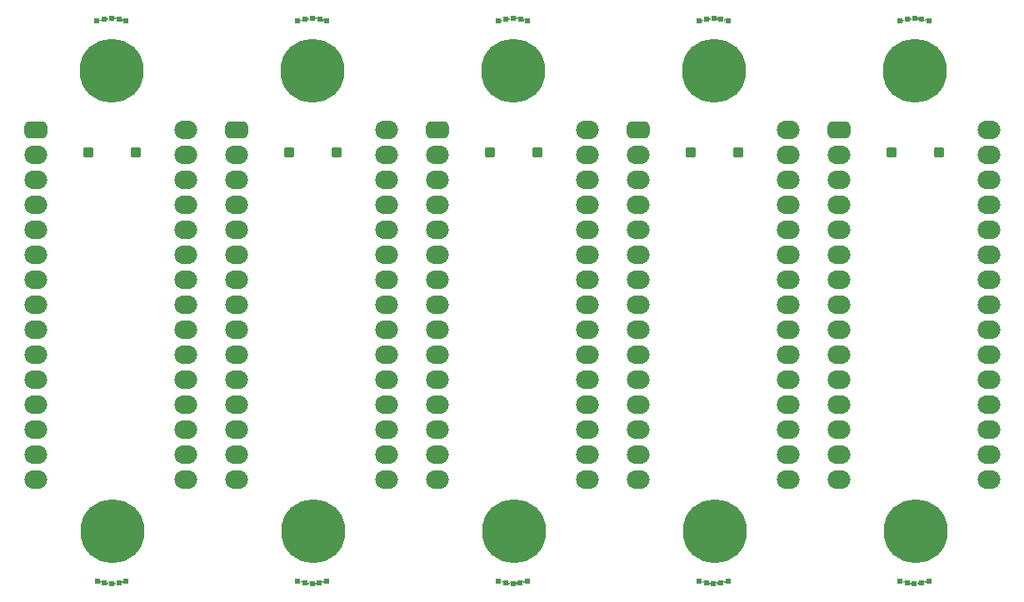
<source format=gbs>
G04 #@! TF.GenerationSoftware,KiCad,Pcbnew,6.0.1-79c1e3a40b~116~ubuntu20.04.1*
G04 #@! TF.CreationDate,2022-01-18T16:31:28+01:00*
G04 #@! TF.ProjectId,5xNano_GPIB,35784e61-6e6f-45f4-9750-49422e6b6963,rev?*
G04 #@! TF.SameCoordinates,Original*
G04 #@! TF.FileFunction,Soldermask,Bot*
G04 #@! TF.FilePolarity,Negative*
%FSLAX46Y46*%
G04 Gerber Fmt 4.6, Leading zero omitted, Abs format (unit mm)*
G04 Created by KiCad (PCBNEW 6.0.1-79c1e3a40b~116~ubuntu20.04.1) date 2022-01-18 16:31:28*
%MOMM*%
%LPD*%
G01*
G04 APERTURE LIST*
G04 Aperture macros list*
%AMRoundRect*
0 Rectangle with rounded corners*
0 $1 Rounding radius*
0 $2 $3 $4 $5 $6 $7 $8 $9 X,Y pos of 4 corners*
0 Add a 4 corners polygon primitive as box body*
4,1,4,$2,$3,$4,$5,$6,$7,$8,$9,$2,$3,0*
0 Add four circle primitives for the rounded corners*
1,1,$1+$1,$2,$3*
1,1,$1+$1,$4,$5*
1,1,$1+$1,$6,$7*
1,1,$1+$1,$8,$9*
0 Add four rect primitives between the rounded corners*
20,1,$1+$1,$2,$3,$4,$5,0*
20,1,$1+$1,$4,$5,$6,$7,0*
20,1,$1+$1,$6,$7,$8,$9,0*
20,1,$1+$1,$8,$9,$2,$3,0*%
G04 Aperture macros list end*
%ADD10RoundRect,0.451000X-0.700000X-0.400000X0.700000X-0.400000X0.700000X0.400000X-0.700000X0.400000X0*%
%ADD11O,2.302000X1.902000*%
%ADD12C,0.602000*%
%ADD13RoundRect,0.051000X0.425000X0.425000X-0.425000X0.425000X-0.425000X-0.425000X0.425000X-0.425000X0*%
%ADD14C,6.502000*%
%ADD15C,0.902000*%
G04 APERTURE END LIST*
D10*
X114265000Y-83540000D03*
D11*
X114265000Y-86080000D03*
X114265000Y-88620000D03*
X114265000Y-91160000D03*
X114265000Y-93700000D03*
X114265000Y-96240000D03*
X114265000Y-98780000D03*
X114265000Y-101320000D03*
X114265000Y-103860000D03*
X114265000Y-106400000D03*
X114265000Y-108940000D03*
X114265000Y-111480000D03*
X114265000Y-114020000D03*
X114265000Y-116560000D03*
X114265000Y-119100000D03*
X129505000Y-119100000D03*
X129505000Y-116560000D03*
X129505000Y-114020000D03*
X129505000Y-111480000D03*
X129505000Y-108940000D03*
X129505000Y-106400000D03*
X129505000Y-103860000D03*
X129505000Y-101320000D03*
X129505000Y-98780000D03*
X129505000Y-96240000D03*
X129505000Y-93700000D03*
X129505000Y-91160000D03*
X129505000Y-88620000D03*
X129505000Y-86080000D03*
X129505000Y-83540000D03*
D12*
X102310000Y-72310441D03*
X100060000Y-72510441D03*
X100810000Y-72310441D03*
X101560000Y-72210441D03*
X103010000Y-72510441D03*
D13*
X104015439Y-85829447D03*
X78805439Y-85889447D03*
X99205439Y-85889447D03*
D14*
X101607000Y-77602000D03*
D15*
X99909944Y-79299056D03*
X101607000Y-80002000D03*
X101607000Y-75202000D03*
X103304056Y-75904944D03*
X104007000Y-77602000D03*
X103304056Y-79299056D03*
X99207000Y-77602000D03*
X99909944Y-75904944D03*
D12*
X142360000Y-72210441D03*
X141610000Y-72310441D03*
X143110000Y-72310441D03*
X140860000Y-72510441D03*
X143810000Y-72510441D03*
D10*
X155065000Y-83540000D03*
D11*
X155065000Y-86080000D03*
X155065000Y-88620000D03*
X155065000Y-91160000D03*
X155065000Y-93700000D03*
X155065000Y-96240000D03*
X155065000Y-98780000D03*
X155065000Y-101320000D03*
X155065000Y-103860000D03*
X155065000Y-106400000D03*
X155065000Y-108940000D03*
X155065000Y-111480000D03*
X155065000Y-114020000D03*
X155065000Y-116560000D03*
X155065000Y-119100000D03*
X170305000Y-119100000D03*
X170305000Y-116560000D03*
X170305000Y-114020000D03*
X170305000Y-111480000D03*
X170305000Y-108940000D03*
X170305000Y-106400000D03*
X170305000Y-103860000D03*
X170305000Y-101320000D03*
X170305000Y-98780000D03*
X170305000Y-96240000D03*
X170305000Y-93700000D03*
X170305000Y-91160000D03*
X170305000Y-88620000D03*
X170305000Y-86080000D03*
X170305000Y-83540000D03*
D15*
X144154056Y-126079056D03*
X140057000Y-124382000D03*
X140759944Y-122684944D03*
X142457000Y-121982000D03*
X142457000Y-126782000D03*
X144154056Y-122684944D03*
D14*
X142457000Y-124382000D03*
D15*
X144857000Y-124382000D03*
X140759944Y-126079056D03*
X160457000Y-124382000D03*
D14*
X162857000Y-124382000D03*
D15*
X161159944Y-122684944D03*
X164554056Y-126079056D03*
X165257000Y-124382000D03*
X162857000Y-126782000D03*
X161159944Y-126079056D03*
X164554056Y-122684944D03*
X162857000Y-121982000D03*
D13*
X165215439Y-85829447D03*
X124415439Y-85829447D03*
D15*
X120309944Y-75904944D03*
X119607000Y-77602000D03*
D14*
X122007000Y-77602000D03*
D15*
X122007000Y-80002000D03*
X123704056Y-75904944D03*
X124407000Y-77602000D03*
X123704056Y-79299056D03*
X122007000Y-75202000D03*
X120309944Y-79299056D03*
D12*
X143850000Y-129431530D03*
X140900000Y-129431530D03*
X143100000Y-129631530D03*
X141600000Y-129631530D03*
X142350000Y-129731530D03*
D13*
X119605439Y-85889447D03*
D10*
X73465000Y-83540000D03*
D11*
X73465000Y-86080000D03*
X73465000Y-88620000D03*
X73465000Y-91160000D03*
X73465000Y-93700000D03*
X73465000Y-96240000D03*
X73465000Y-98780000D03*
X73465000Y-101320000D03*
X73465000Y-103860000D03*
X73465000Y-106400000D03*
X73465000Y-108940000D03*
X73465000Y-111480000D03*
X73465000Y-114020000D03*
X73465000Y-116560000D03*
X73465000Y-119100000D03*
X88705000Y-119100000D03*
X88705000Y-116560000D03*
X88705000Y-114020000D03*
X88705000Y-111480000D03*
X88705000Y-108940000D03*
X88705000Y-106400000D03*
X88705000Y-103860000D03*
X88705000Y-101320000D03*
X88705000Y-98780000D03*
X88705000Y-96240000D03*
X88705000Y-93700000D03*
X88705000Y-91160000D03*
X88705000Y-88620000D03*
X88705000Y-86080000D03*
X88705000Y-83540000D03*
D12*
X122710000Y-72310441D03*
X120460000Y-72510441D03*
X123410000Y-72510441D03*
X121960000Y-72210441D03*
X121210000Y-72310441D03*
X79660000Y-72510441D03*
X82610000Y-72510441D03*
X81910000Y-72310441D03*
X80410000Y-72310441D03*
X81160000Y-72210441D03*
D15*
X140007000Y-77602000D03*
X144807000Y-77602000D03*
X140709944Y-75904944D03*
X142407000Y-75202000D03*
X144104056Y-75904944D03*
D14*
X142407000Y-77602000D03*
D15*
X144104056Y-79299056D03*
X142407000Y-80002000D03*
X140709944Y-79299056D03*
X120359944Y-122684944D03*
X124457000Y-124382000D03*
D14*
X122057000Y-124382000D03*
D15*
X123754056Y-126079056D03*
X122057000Y-126782000D03*
X119657000Y-124382000D03*
X123754056Y-122684944D03*
X122057000Y-121982000D03*
X120359944Y-126079056D03*
D14*
X81207000Y-77602000D03*
D15*
X81207000Y-80002000D03*
X79509944Y-75904944D03*
X83607000Y-77602000D03*
X82904056Y-79299056D03*
X81207000Y-75202000D03*
X82904056Y-75904944D03*
X78807000Y-77602000D03*
X79509944Y-79299056D03*
D13*
X140005439Y-85889447D03*
D10*
X93865000Y-83540000D03*
D11*
X93865000Y-86080000D03*
X93865000Y-88620000D03*
X93865000Y-91160000D03*
X93865000Y-93700000D03*
X93865000Y-96240000D03*
X93865000Y-98780000D03*
X93865000Y-101320000D03*
X93865000Y-103860000D03*
X93865000Y-106400000D03*
X93865000Y-108940000D03*
X93865000Y-111480000D03*
X93865000Y-114020000D03*
X93865000Y-116560000D03*
X93865000Y-119100000D03*
X109105000Y-119100000D03*
X109105000Y-116560000D03*
X109105000Y-114020000D03*
X109105000Y-111480000D03*
X109105000Y-108940000D03*
X109105000Y-106400000D03*
X109105000Y-103860000D03*
X109105000Y-101320000D03*
X109105000Y-98780000D03*
X109105000Y-96240000D03*
X109105000Y-93700000D03*
X109105000Y-91160000D03*
X109105000Y-88620000D03*
X109105000Y-86080000D03*
X109105000Y-83540000D03*
D15*
X78857000Y-124382000D03*
X79559944Y-126079056D03*
X79559944Y-122684944D03*
X83657000Y-124382000D03*
X82954056Y-122684944D03*
X81257000Y-121982000D03*
X82954056Y-126079056D03*
X81257000Y-126782000D03*
D14*
X81257000Y-124382000D03*
D12*
X162000000Y-129631530D03*
X161300000Y-129431530D03*
X163500000Y-129631530D03*
X164250000Y-129431530D03*
X162750000Y-129731530D03*
D10*
X134665000Y-83540000D03*
D11*
X134665000Y-86080000D03*
X134665000Y-88620000D03*
X134665000Y-91160000D03*
X134665000Y-93700000D03*
X134665000Y-96240000D03*
X134665000Y-98780000D03*
X134665000Y-101320000D03*
X134665000Y-103860000D03*
X134665000Y-106400000D03*
X134665000Y-108940000D03*
X134665000Y-111480000D03*
X134665000Y-114020000D03*
X134665000Y-116560000D03*
X134665000Y-119100000D03*
X149905000Y-119100000D03*
X149905000Y-116560000D03*
X149905000Y-114020000D03*
X149905000Y-111480000D03*
X149905000Y-108940000D03*
X149905000Y-106400000D03*
X149905000Y-103860000D03*
X149905000Y-101320000D03*
X149905000Y-98780000D03*
X149905000Y-96240000D03*
X149905000Y-93700000D03*
X149905000Y-91160000D03*
X149905000Y-88620000D03*
X149905000Y-86080000D03*
X149905000Y-83540000D03*
D12*
X123450000Y-129431530D03*
X122700000Y-129631530D03*
X120500000Y-129431530D03*
X121950000Y-129731530D03*
X121200000Y-129631530D03*
X101550000Y-129731530D03*
X102300000Y-129631530D03*
X100100000Y-129431530D03*
X103050000Y-129431530D03*
X100800000Y-129631530D03*
D15*
X99257000Y-124382000D03*
X99959944Y-126079056D03*
X101657000Y-121982000D03*
X101657000Y-126782000D03*
X103354056Y-126079056D03*
X99959944Y-122684944D03*
X104057000Y-124382000D03*
X103354056Y-122684944D03*
D14*
X101657000Y-124382000D03*
D13*
X83615439Y-85829447D03*
D12*
X81150000Y-129731530D03*
X82650000Y-129431530D03*
X81900000Y-129631530D03*
X80400000Y-129631530D03*
X79700000Y-129431530D03*
D13*
X160405439Y-85889447D03*
D15*
X165207000Y-77602000D03*
X164504056Y-79299056D03*
X164504056Y-75904944D03*
X162807000Y-80002000D03*
X160407000Y-77602000D03*
X162807000Y-75202000D03*
D14*
X162807000Y-77602000D03*
D15*
X161109944Y-79299056D03*
X161109944Y-75904944D03*
D13*
X144815439Y-85829447D03*
D12*
X164210000Y-72510441D03*
X162760000Y-72210441D03*
X163510000Y-72310441D03*
X161260000Y-72510441D03*
X162010000Y-72310441D03*
G36*
X122417047Y-129537602D02*
G01*
X122417340Y-129539038D01*
X122401031Y-129631530D01*
X122419062Y-129733784D01*
X122463233Y-129810291D01*
X122463233Y-129812291D01*
X122461501Y-129813291D01*
X122460087Y-129812705D01*
X122443741Y-129796359D01*
X122441828Y-129796872D01*
X122440892Y-129796313D01*
X122412437Y-129766186D01*
X122345211Y-129749539D01*
X122279611Y-129771895D01*
X122240771Y-129816720D01*
X122236412Y-129825277D01*
X122234735Y-129826366D01*
X122232953Y-129825458D01*
X122232660Y-129824022D01*
X122248969Y-129731530D01*
X122230938Y-129629276D01*
X122186767Y-129552769D01*
X122186767Y-129550769D01*
X122188499Y-129549769D01*
X122189913Y-129550355D01*
X122206259Y-129566701D01*
X122208172Y-129566188D01*
X122209108Y-129566747D01*
X122237563Y-129596874D01*
X122304789Y-129613521D01*
X122370389Y-129591165D01*
X122409229Y-129546340D01*
X122413588Y-129537783D01*
X122415265Y-129536694D01*
X122417047Y-129537602D01*
G37*
G36*
X142817047Y-129537602D02*
G01*
X142817340Y-129539038D01*
X142801031Y-129631530D01*
X142819062Y-129733784D01*
X142863233Y-129810291D01*
X142863233Y-129812291D01*
X142861501Y-129813291D01*
X142860087Y-129812705D01*
X142843741Y-129796359D01*
X142841828Y-129796872D01*
X142840892Y-129796313D01*
X142812437Y-129766186D01*
X142745211Y-129749539D01*
X142679611Y-129771895D01*
X142640771Y-129816720D01*
X142636412Y-129825277D01*
X142634735Y-129826366D01*
X142632953Y-129825458D01*
X142632660Y-129824022D01*
X142648969Y-129731530D01*
X142630938Y-129629276D01*
X142586767Y-129552769D01*
X142586767Y-129550769D01*
X142588499Y-129549769D01*
X142589913Y-129550355D01*
X142606259Y-129566701D01*
X142608172Y-129566188D01*
X142609108Y-129566747D01*
X142637563Y-129596874D01*
X142704789Y-129613521D01*
X142770389Y-129591165D01*
X142809229Y-129546340D01*
X142813588Y-129537783D01*
X142815265Y-129536694D01*
X142817047Y-129537602D01*
G37*
G36*
X163217047Y-129537602D02*
G01*
X163217340Y-129539038D01*
X163201031Y-129631530D01*
X163219062Y-129733784D01*
X163263233Y-129810291D01*
X163263233Y-129812291D01*
X163261501Y-129813291D01*
X163260087Y-129812705D01*
X163243741Y-129796359D01*
X163241828Y-129796872D01*
X163240892Y-129796313D01*
X163212437Y-129766186D01*
X163145211Y-129749539D01*
X163079611Y-129771895D01*
X163040771Y-129816720D01*
X163036412Y-129825277D01*
X163034735Y-129826366D01*
X163032953Y-129825458D01*
X163032660Y-129824022D01*
X163048969Y-129731530D01*
X163030938Y-129629276D01*
X162986767Y-129552769D01*
X162986767Y-129550769D01*
X162988499Y-129549769D01*
X162989913Y-129550355D01*
X163006259Y-129566701D01*
X163008172Y-129566188D01*
X163009108Y-129566747D01*
X163037563Y-129596874D01*
X163104789Y-129613521D01*
X163170389Y-129591165D01*
X163209229Y-129546340D01*
X163213588Y-129537783D01*
X163215265Y-129536694D01*
X163217047Y-129537602D01*
G37*
G36*
X81617047Y-129537602D02*
G01*
X81617340Y-129539038D01*
X81601031Y-129631530D01*
X81619062Y-129733784D01*
X81663233Y-129810291D01*
X81663233Y-129812291D01*
X81661501Y-129813291D01*
X81660087Y-129812705D01*
X81643741Y-129796359D01*
X81641828Y-129796872D01*
X81640892Y-129796313D01*
X81612437Y-129766186D01*
X81545211Y-129749539D01*
X81479611Y-129771895D01*
X81440771Y-129816720D01*
X81436412Y-129825277D01*
X81434735Y-129826366D01*
X81432953Y-129825458D01*
X81432660Y-129824022D01*
X81448969Y-129731530D01*
X81430938Y-129629276D01*
X81386767Y-129552769D01*
X81386767Y-129550769D01*
X81388499Y-129549769D01*
X81389913Y-129550355D01*
X81406259Y-129566701D01*
X81408172Y-129566188D01*
X81409108Y-129566747D01*
X81437563Y-129596874D01*
X81504789Y-129613521D01*
X81570389Y-129591165D01*
X81609229Y-129546340D01*
X81613588Y-129537783D01*
X81615265Y-129536694D01*
X81617047Y-129537602D01*
G37*
G36*
X102017047Y-129537602D02*
G01*
X102017340Y-129539038D01*
X102001031Y-129631530D01*
X102019062Y-129733784D01*
X102063233Y-129810291D01*
X102063233Y-129812291D01*
X102061501Y-129813291D01*
X102060087Y-129812705D01*
X102043741Y-129796359D01*
X102041828Y-129796872D01*
X102040892Y-129796313D01*
X102012437Y-129766186D01*
X101945211Y-129749539D01*
X101879611Y-129771895D01*
X101840771Y-129816720D01*
X101836412Y-129825277D01*
X101834735Y-129826366D01*
X101832953Y-129825458D01*
X101832660Y-129824022D01*
X101848969Y-129731530D01*
X101830938Y-129629276D01*
X101786767Y-129552769D01*
X101786767Y-129550769D01*
X101788499Y-129549769D01*
X101789913Y-129550355D01*
X101806259Y-129566701D01*
X101808172Y-129566188D01*
X101809108Y-129566747D01*
X101837563Y-129596874D01*
X101904789Y-129613521D01*
X101970389Y-129591165D01*
X102009229Y-129546340D01*
X102013588Y-129537783D01*
X102015265Y-129536694D01*
X102017047Y-129537602D01*
G37*
G36*
X101086412Y-129537783D02*
G01*
X101090753Y-129546303D01*
X101138513Y-129596872D01*
X101205739Y-129613521D01*
X101271339Y-129591166D01*
X101291696Y-129567672D01*
X101293338Y-129567104D01*
X101310087Y-129550355D01*
X101312019Y-129549837D01*
X101313433Y-129551251D01*
X101313233Y-129552769D01*
X101269062Y-129629276D01*
X101251031Y-129731530D01*
X101267340Y-129824022D01*
X101266656Y-129825901D01*
X101264686Y-129826248D01*
X101263588Y-129825277D01*
X101259247Y-129816757D01*
X101211487Y-129766188D01*
X101144261Y-129749539D01*
X101078661Y-129771894D01*
X101058304Y-129795388D01*
X101056662Y-129795956D01*
X101039913Y-129812705D01*
X101037981Y-129813223D01*
X101036567Y-129811809D01*
X101036767Y-129810291D01*
X101080938Y-129733784D01*
X101098969Y-129631530D01*
X101082660Y-129539038D01*
X101083344Y-129537159D01*
X101085314Y-129536812D01*
X101086412Y-129537783D01*
G37*
G36*
X162286412Y-129537783D02*
G01*
X162290753Y-129546303D01*
X162338513Y-129596872D01*
X162405739Y-129613521D01*
X162471339Y-129591166D01*
X162491696Y-129567672D01*
X162493338Y-129567104D01*
X162510087Y-129550355D01*
X162512019Y-129549837D01*
X162513433Y-129551251D01*
X162513233Y-129552769D01*
X162469062Y-129629276D01*
X162451031Y-129731530D01*
X162467340Y-129824022D01*
X162466656Y-129825901D01*
X162464686Y-129826248D01*
X162463588Y-129825277D01*
X162459247Y-129816757D01*
X162411487Y-129766188D01*
X162344261Y-129749539D01*
X162278661Y-129771894D01*
X162258304Y-129795388D01*
X162256662Y-129795956D01*
X162239913Y-129812705D01*
X162237981Y-129813223D01*
X162236567Y-129811809D01*
X162236767Y-129810291D01*
X162280938Y-129733784D01*
X162298969Y-129631530D01*
X162282660Y-129539038D01*
X162283344Y-129537159D01*
X162285314Y-129536812D01*
X162286412Y-129537783D01*
G37*
G36*
X121486412Y-129537783D02*
G01*
X121490753Y-129546303D01*
X121538513Y-129596872D01*
X121605739Y-129613521D01*
X121671339Y-129591166D01*
X121691696Y-129567672D01*
X121693338Y-129567104D01*
X121710087Y-129550355D01*
X121712019Y-129549837D01*
X121713433Y-129551251D01*
X121713233Y-129552769D01*
X121669062Y-129629276D01*
X121651031Y-129731530D01*
X121667340Y-129824022D01*
X121666656Y-129825901D01*
X121664686Y-129826248D01*
X121663588Y-129825277D01*
X121659247Y-129816757D01*
X121611487Y-129766188D01*
X121544261Y-129749539D01*
X121478661Y-129771894D01*
X121458304Y-129795388D01*
X121456662Y-129795956D01*
X121439913Y-129812705D01*
X121437981Y-129813223D01*
X121436567Y-129811809D01*
X121436767Y-129810291D01*
X121480938Y-129733784D01*
X121498969Y-129631530D01*
X121482660Y-129539038D01*
X121483344Y-129537159D01*
X121485314Y-129536812D01*
X121486412Y-129537783D01*
G37*
G36*
X80686412Y-129537783D02*
G01*
X80690753Y-129546303D01*
X80738513Y-129596872D01*
X80805739Y-129613521D01*
X80871339Y-129591166D01*
X80891696Y-129567672D01*
X80893338Y-129567104D01*
X80910087Y-129550355D01*
X80912019Y-129549837D01*
X80913433Y-129551251D01*
X80913233Y-129552769D01*
X80869062Y-129629276D01*
X80851031Y-129731530D01*
X80867340Y-129824022D01*
X80866656Y-129825901D01*
X80864686Y-129826248D01*
X80863588Y-129825277D01*
X80859247Y-129816757D01*
X80811487Y-129766188D01*
X80744261Y-129749539D01*
X80678661Y-129771894D01*
X80658304Y-129795388D01*
X80656662Y-129795956D01*
X80639913Y-129812705D01*
X80637981Y-129813223D01*
X80636567Y-129811809D01*
X80636767Y-129810291D01*
X80680938Y-129733784D01*
X80698969Y-129631530D01*
X80682660Y-129539038D01*
X80683344Y-129537159D01*
X80685314Y-129536812D01*
X80686412Y-129537783D01*
G37*
G36*
X141886412Y-129537783D02*
G01*
X141890753Y-129546303D01*
X141938513Y-129596872D01*
X142005739Y-129613521D01*
X142071339Y-129591166D01*
X142091696Y-129567672D01*
X142093338Y-129567104D01*
X142110087Y-129550355D01*
X142112019Y-129549837D01*
X142113433Y-129551251D01*
X142113233Y-129552769D01*
X142069062Y-129629276D01*
X142051031Y-129731530D01*
X142067340Y-129824022D01*
X142066656Y-129825901D01*
X142064686Y-129826248D01*
X142063588Y-129825277D01*
X142059247Y-129816757D01*
X142011487Y-129766188D01*
X141944261Y-129749539D01*
X141878661Y-129771894D01*
X141858304Y-129795388D01*
X141856662Y-129795956D01*
X141839913Y-129812705D01*
X141837981Y-129813223D01*
X141836567Y-129811809D01*
X141836767Y-129810291D01*
X141880938Y-129733784D01*
X141898969Y-129631530D01*
X141882660Y-129539038D01*
X141883344Y-129537159D01*
X141885314Y-129536812D01*
X141886412Y-129537783D01*
G37*
G36*
X161586413Y-129337786D02*
G01*
X161586569Y-129338093D01*
X161586761Y-129338686D01*
X161587666Y-129344396D01*
X161587299Y-129345353D01*
X161587851Y-129345855D01*
X161617716Y-129408854D01*
X161676509Y-129445462D01*
X161745806Y-129444472D01*
X161791612Y-129416850D01*
X161793612Y-129416812D01*
X161794645Y-129418525D01*
X161793931Y-129420095D01*
X161770976Y-129439357D01*
X161719062Y-129529276D01*
X161701031Y-129631530D01*
X161715926Y-129716001D01*
X161715528Y-129717093D01*
X161716279Y-129718004D01*
X161717340Y-129724021D01*
X161716656Y-129725900D01*
X161714686Y-129726247D01*
X161713587Y-129725274D01*
X161713431Y-129724967D01*
X161713239Y-129724374D01*
X161712334Y-129718664D01*
X161712701Y-129717707D01*
X161712149Y-129717205D01*
X161682284Y-129654206D01*
X161623491Y-129617598D01*
X161554194Y-129618588D01*
X161508388Y-129646210D01*
X161506388Y-129646248D01*
X161505355Y-129644535D01*
X161506069Y-129642965D01*
X161529024Y-129623703D01*
X161580938Y-129533784D01*
X161598969Y-129431530D01*
X161584074Y-129347059D01*
X161584472Y-129345967D01*
X161583721Y-129345056D01*
X161582660Y-129339039D01*
X161583344Y-129337160D01*
X161585314Y-129336813D01*
X161586413Y-129337786D01*
G37*
G36*
X79986413Y-129337786D02*
G01*
X79986569Y-129338093D01*
X79986761Y-129338686D01*
X79987666Y-129344396D01*
X79987299Y-129345353D01*
X79987851Y-129345855D01*
X80017716Y-129408854D01*
X80076509Y-129445462D01*
X80145806Y-129444472D01*
X80191612Y-129416850D01*
X80193612Y-129416812D01*
X80194645Y-129418525D01*
X80193931Y-129420095D01*
X80170976Y-129439357D01*
X80119062Y-129529276D01*
X80101031Y-129631530D01*
X80115926Y-129716001D01*
X80115528Y-129717093D01*
X80116279Y-129718004D01*
X80117340Y-129724021D01*
X80116656Y-129725900D01*
X80114686Y-129726247D01*
X80113587Y-129725274D01*
X80113431Y-129724967D01*
X80113239Y-129724374D01*
X80112334Y-129718664D01*
X80112701Y-129717707D01*
X80112149Y-129717205D01*
X80082284Y-129654206D01*
X80023491Y-129617598D01*
X79954194Y-129618588D01*
X79908388Y-129646210D01*
X79906388Y-129646248D01*
X79905355Y-129644535D01*
X79906069Y-129642965D01*
X79929024Y-129623703D01*
X79980938Y-129533784D01*
X79998969Y-129431530D01*
X79984074Y-129347059D01*
X79984472Y-129345967D01*
X79983721Y-129345056D01*
X79982660Y-129339039D01*
X79983344Y-129337160D01*
X79985314Y-129336813D01*
X79986413Y-129337786D01*
G37*
G36*
X100386413Y-129337786D02*
G01*
X100386569Y-129338093D01*
X100386761Y-129338686D01*
X100387666Y-129344396D01*
X100387299Y-129345353D01*
X100387851Y-129345855D01*
X100417716Y-129408854D01*
X100476509Y-129445462D01*
X100545806Y-129444472D01*
X100591612Y-129416850D01*
X100593612Y-129416812D01*
X100594645Y-129418525D01*
X100593931Y-129420095D01*
X100570976Y-129439357D01*
X100519062Y-129529276D01*
X100501031Y-129631530D01*
X100515926Y-129716001D01*
X100515528Y-129717093D01*
X100516279Y-129718004D01*
X100517340Y-129724021D01*
X100516656Y-129725900D01*
X100514686Y-129726247D01*
X100513587Y-129725274D01*
X100513431Y-129724967D01*
X100513239Y-129724374D01*
X100512334Y-129718664D01*
X100512701Y-129717707D01*
X100512149Y-129717205D01*
X100482284Y-129654206D01*
X100423491Y-129617598D01*
X100354194Y-129618588D01*
X100308388Y-129646210D01*
X100306388Y-129646248D01*
X100305355Y-129644535D01*
X100306069Y-129642965D01*
X100329024Y-129623703D01*
X100380938Y-129533784D01*
X100398969Y-129431530D01*
X100384074Y-129347059D01*
X100384472Y-129345967D01*
X100383721Y-129345056D01*
X100382660Y-129339039D01*
X100383344Y-129337160D01*
X100385314Y-129336813D01*
X100386413Y-129337786D01*
G37*
G36*
X120786413Y-129337786D02*
G01*
X120786569Y-129338093D01*
X120786761Y-129338686D01*
X120787666Y-129344396D01*
X120787299Y-129345353D01*
X120787851Y-129345855D01*
X120817716Y-129408854D01*
X120876509Y-129445462D01*
X120945806Y-129444472D01*
X120991612Y-129416850D01*
X120993612Y-129416812D01*
X120994645Y-129418525D01*
X120993931Y-129420095D01*
X120970976Y-129439357D01*
X120919062Y-129529276D01*
X120901031Y-129631530D01*
X120915926Y-129716001D01*
X120915528Y-129717093D01*
X120916279Y-129718004D01*
X120917340Y-129724021D01*
X120916656Y-129725900D01*
X120914686Y-129726247D01*
X120913587Y-129725274D01*
X120913431Y-129724967D01*
X120913239Y-129724374D01*
X120912334Y-129718664D01*
X120912701Y-129717707D01*
X120912149Y-129717205D01*
X120882284Y-129654206D01*
X120823491Y-129617598D01*
X120754194Y-129618588D01*
X120708388Y-129646210D01*
X120706388Y-129646248D01*
X120705355Y-129644535D01*
X120706069Y-129642965D01*
X120729024Y-129623703D01*
X120780938Y-129533784D01*
X120798969Y-129431530D01*
X120784074Y-129347059D01*
X120784472Y-129345967D01*
X120783721Y-129345056D01*
X120782660Y-129339039D01*
X120783344Y-129337160D01*
X120785314Y-129336813D01*
X120786413Y-129337786D01*
G37*
G36*
X141186413Y-129337786D02*
G01*
X141186569Y-129338093D01*
X141186761Y-129338686D01*
X141187666Y-129344396D01*
X141187299Y-129345353D01*
X141187851Y-129345855D01*
X141217716Y-129408854D01*
X141276509Y-129445462D01*
X141345806Y-129444472D01*
X141391612Y-129416850D01*
X141393612Y-129416812D01*
X141394645Y-129418525D01*
X141393931Y-129420095D01*
X141370976Y-129439357D01*
X141319062Y-129529276D01*
X141301031Y-129631530D01*
X141315926Y-129716001D01*
X141315528Y-129717093D01*
X141316279Y-129718004D01*
X141317340Y-129724021D01*
X141316656Y-129725900D01*
X141314686Y-129726247D01*
X141313587Y-129725274D01*
X141313431Y-129724967D01*
X141313239Y-129724374D01*
X141312334Y-129718664D01*
X141312701Y-129717707D01*
X141312149Y-129717205D01*
X141282284Y-129654206D01*
X141223491Y-129617598D01*
X141154194Y-129618588D01*
X141108388Y-129646210D01*
X141106388Y-129646248D01*
X141105355Y-129644535D01*
X141106069Y-129642965D01*
X141129024Y-129623703D01*
X141180938Y-129533784D01*
X141198969Y-129431530D01*
X141184074Y-129347059D01*
X141184472Y-129345967D01*
X141183721Y-129345056D01*
X141182660Y-129339039D01*
X141183344Y-129337160D01*
X141185314Y-129336813D01*
X141186413Y-129337786D01*
G37*
G36*
X163957381Y-129391839D02*
G01*
X163957756Y-129393392D01*
X163951031Y-129431530D01*
X163969062Y-129533784D01*
X164013233Y-129610291D01*
X164013233Y-129612291D01*
X164011501Y-129613291D01*
X164010087Y-129612705D01*
X164003463Y-129606081D01*
X163942414Y-129572747D01*
X163873332Y-129577687D01*
X163817850Y-129619220D01*
X163796056Y-129670794D01*
X163794461Y-129672000D01*
X163792619Y-129671221D01*
X163792244Y-129669668D01*
X163798969Y-129631530D01*
X163780938Y-129529276D01*
X163736767Y-129452769D01*
X163736767Y-129450769D01*
X163738499Y-129449769D01*
X163739913Y-129450355D01*
X163746537Y-129456979D01*
X163807586Y-129490313D01*
X163876668Y-129485373D01*
X163932150Y-129443840D01*
X163953944Y-129392266D01*
X163955539Y-129391060D01*
X163957381Y-129391839D01*
G37*
G36*
X143557381Y-129391839D02*
G01*
X143557756Y-129393392D01*
X143551031Y-129431530D01*
X143569062Y-129533784D01*
X143613233Y-129610291D01*
X143613233Y-129612291D01*
X143611501Y-129613291D01*
X143610087Y-129612705D01*
X143603463Y-129606081D01*
X143542414Y-129572747D01*
X143473332Y-129577687D01*
X143417850Y-129619220D01*
X143396056Y-129670794D01*
X143394461Y-129672000D01*
X143392619Y-129671221D01*
X143392244Y-129669668D01*
X143398969Y-129631530D01*
X143380938Y-129529276D01*
X143336767Y-129452769D01*
X143336767Y-129450769D01*
X143338499Y-129449769D01*
X143339913Y-129450355D01*
X143346537Y-129456979D01*
X143407586Y-129490313D01*
X143476668Y-129485373D01*
X143532150Y-129443840D01*
X143553944Y-129392266D01*
X143555539Y-129391060D01*
X143557381Y-129391839D01*
G37*
G36*
X82357381Y-129391839D02*
G01*
X82357756Y-129393392D01*
X82351031Y-129431530D01*
X82369062Y-129533784D01*
X82413233Y-129610291D01*
X82413233Y-129612291D01*
X82411501Y-129613291D01*
X82410087Y-129612705D01*
X82403463Y-129606081D01*
X82342414Y-129572747D01*
X82273332Y-129577687D01*
X82217850Y-129619220D01*
X82196056Y-129670794D01*
X82194461Y-129672000D01*
X82192619Y-129671221D01*
X82192244Y-129669668D01*
X82198969Y-129631530D01*
X82180938Y-129529276D01*
X82136767Y-129452769D01*
X82136767Y-129450769D01*
X82138499Y-129449769D01*
X82139913Y-129450355D01*
X82146537Y-129456979D01*
X82207586Y-129490313D01*
X82276668Y-129485373D01*
X82332150Y-129443840D01*
X82353944Y-129392266D01*
X82355539Y-129391060D01*
X82357381Y-129391839D01*
G37*
G36*
X102757381Y-129391839D02*
G01*
X102757756Y-129393392D01*
X102751031Y-129431530D01*
X102769062Y-129533784D01*
X102813233Y-129610291D01*
X102813233Y-129612291D01*
X102811501Y-129613291D01*
X102810087Y-129612705D01*
X102803463Y-129606081D01*
X102742414Y-129572747D01*
X102673332Y-129577687D01*
X102617850Y-129619220D01*
X102596056Y-129670794D01*
X102594461Y-129672000D01*
X102592619Y-129671221D01*
X102592244Y-129669668D01*
X102598969Y-129631530D01*
X102580938Y-129529276D01*
X102536767Y-129452769D01*
X102536767Y-129450769D01*
X102538499Y-129449769D01*
X102539913Y-129450355D01*
X102546537Y-129456979D01*
X102607586Y-129490313D01*
X102676668Y-129485373D01*
X102732150Y-129443840D01*
X102753944Y-129392266D01*
X102755539Y-129391060D01*
X102757381Y-129391839D01*
G37*
G36*
X123157381Y-129391839D02*
G01*
X123157756Y-129393392D01*
X123151031Y-129431530D01*
X123169062Y-129533784D01*
X123213233Y-129610291D01*
X123213233Y-129612291D01*
X123211501Y-129613291D01*
X123210087Y-129612705D01*
X123203463Y-129606081D01*
X123142414Y-129572747D01*
X123073332Y-129577687D01*
X123017850Y-129619220D01*
X122996056Y-129670794D01*
X122994461Y-129672000D01*
X122992619Y-129671221D01*
X122992244Y-129669668D01*
X122998969Y-129631530D01*
X122980938Y-129529276D01*
X122936767Y-129452769D01*
X122936767Y-129450769D01*
X122938499Y-129449769D01*
X122939913Y-129450355D01*
X122946537Y-129456979D01*
X123007586Y-129490313D01*
X123076668Y-129485373D01*
X123132150Y-129443840D01*
X123153944Y-129392266D01*
X123155539Y-129391060D01*
X123157381Y-129391839D01*
G37*
G36*
X122996413Y-72216697D02*
G01*
X122996569Y-72217004D01*
X122996761Y-72217597D01*
X122997666Y-72223307D01*
X122997299Y-72224264D01*
X122997851Y-72224766D01*
X123027716Y-72287765D01*
X123086509Y-72324373D01*
X123155806Y-72323383D01*
X123201612Y-72295761D01*
X123203612Y-72295723D01*
X123204645Y-72297436D01*
X123203931Y-72299006D01*
X123180976Y-72318268D01*
X123129062Y-72408187D01*
X123111031Y-72510441D01*
X123125926Y-72594912D01*
X123125528Y-72596004D01*
X123126279Y-72596915D01*
X123127340Y-72602932D01*
X123126656Y-72604811D01*
X123124686Y-72605158D01*
X123123587Y-72604185D01*
X123123431Y-72603878D01*
X123123239Y-72603285D01*
X123122334Y-72597575D01*
X123122701Y-72596618D01*
X123122149Y-72596116D01*
X123092284Y-72533117D01*
X123033491Y-72496509D01*
X122964194Y-72497499D01*
X122918388Y-72525121D01*
X122916388Y-72525159D01*
X122915355Y-72523446D01*
X122916069Y-72521876D01*
X122939024Y-72502614D01*
X122990938Y-72412695D01*
X123008969Y-72310441D01*
X122994074Y-72225970D01*
X122994472Y-72224878D01*
X122993721Y-72223967D01*
X122992660Y-72217950D01*
X122993344Y-72216071D01*
X122995314Y-72215724D01*
X122996413Y-72216697D01*
G37*
G36*
X163796413Y-72216697D02*
G01*
X163796569Y-72217004D01*
X163796761Y-72217597D01*
X163797666Y-72223307D01*
X163797299Y-72224264D01*
X163797851Y-72224766D01*
X163827716Y-72287765D01*
X163886509Y-72324373D01*
X163955806Y-72323383D01*
X164001612Y-72295761D01*
X164003612Y-72295723D01*
X164004645Y-72297436D01*
X164003931Y-72299006D01*
X163980976Y-72318268D01*
X163929062Y-72408187D01*
X163911031Y-72510441D01*
X163925926Y-72594912D01*
X163925528Y-72596004D01*
X163926279Y-72596915D01*
X163927340Y-72602932D01*
X163926656Y-72604811D01*
X163924686Y-72605158D01*
X163923587Y-72604185D01*
X163923431Y-72603878D01*
X163923239Y-72603285D01*
X163922334Y-72597575D01*
X163922701Y-72596618D01*
X163922149Y-72596116D01*
X163892284Y-72533117D01*
X163833491Y-72496509D01*
X163764194Y-72497499D01*
X163718388Y-72525121D01*
X163716388Y-72525159D01*
X163715355Y-72523446D01*
X163716069Y-72521876D01*
X163739024Y-72502614D01*
X163790938Y-72412695D01*
X163808969Y-72310441D01*
X163794074Y-72225970D01*
X163794472Y-72224878D01*
X163793721Y-72223967D01*
X163792660Y-72217950D01*
X163793344Y-72216071D01*
X163795314Y-72215724D01*
X163796413Y-72216697D01*
G37*
G36*
X143396413Y-72216697D02*
G01*
X143396569Y-72217004D01*
X143396761Y-72217597D01*
X143397666Y-72223307D01*
X143397299Y-72224264D01*
X143397851Y-72224766D01*
X143427716Y-72287765D01*
X143486509Y-72324373D01*
X143555806Y-72323383D01*
X143601612Y-72295761D01*
X143603612Y-72295723D01*
X143604645Y-72297436D01*
X143603931Y-72299006D01*
X143580976Y-72318268D01*
X143529062Y-72408187D01*
X143511031Y-72510441D01*
X143525926Y-72594912D01*
X143525528Y-72596004D01*
X143526279Y-72596915D01*
X143527340Y-72602932D01*
X143526656Y-72604811D01*
X143524686Y-72605158D01*
X143523587Y-72604185D01*
X143523431Y-72603878D01*
X143523239Y-72603285D01*
X143522334Y-72597575D01*
X143522701Y-72596618D01*
X143522149Y-72596116D01*
X143492284Y-72533117D01*
X143433491Y-72496509D01*
X143364194Y-72497499D01*
X143318388Y-72525121D01*
X143316388Y-72525159D01*
X143315355Y-72523446D01*
X143316069Y-72521876D01*
X143339024Y-72502614D01*
X143390938Y-72412695D01*
X143408969Y-72310441D01*
X143394074Y-72225970D01*
X143394472Y-72224878D01*
X143393721Y-72223967D01*
X143392660Y-72217950D01*
X143393344Y-72216071D01*
X143395314Y-72215724D01*
X143396413Y-72216697D01*
G37*
G36*
X82196413Y-72216697D02*
G01*
X82196569Y-72217004D01*
X82196761Y-72217597D01*
X82197666Y-72223307D01*
X82197299Y-72224264D01*
X82197851Y-72224766D01*
X82227716Y-72287765D01*
X82286509Y-72324373D01*
X82355806Y-72323383D01*
X82401612Y-72295761D01*
X82403612Y-72295723D01*
X82404645Y-72297436D01*
X82403931Y-72299006D01*
X82380976Y-72318268D01*
X82329062Y-72408187D01*
X82311031Y-72510441D01*
X82325926Y-72594912D01*
X82325528Y-72596004D01*
X82326279Y-72596915D01*
X82327340Y-72602932D01*
X82326656Y-72604811D01*
X82324686Y-72605158D01*
X82323587Y-72604185D01*
X82323431Y-72603878D01*
X82323239Y-72603285D01*
X82322334Y-72597575D01*
X82322701Y-72596618D01*
X82322149Y-72596116D01*
X82292284Y-72533117D01*
X82233491Y-72496509D01*
X82164194Y-72497499D01*
X82118388Y-72525121D01*
X82116388Y-72525159D01*
X82115355Y-72523446D01*
X82116069Y-72521876D01*
X82139024Y-72502614D01*
X82190938Y-72412695D01*
X82208969Y-72310441D01*
X82194074Y-72225970D01*
X82194472Y-72224878D01*
X82193721Y-72223967D01*
X82192660Y-72217950D01*
X82193344Y-72216071D01*
X82195314Y-72215724D01*
X82196413Y-72216697D01*
G37*
G36*
X102596413Y-72216697D02*
G01*
X102596569Y-72217004D01*
X102596761Y-72217597D01*
X102597666Y-72223307D01*
X102597299Y-72224264D01*
X102597851Y-72224766D01*
X102627716Y-72287765D01*
X102686509Y-72324373D01*
X102755806Y-72323383D01*
X102801612Y-72295761D01*
X102803612Y-72295723D01*
X102804645Y-72297436D01*
X102803931Y-72299006D01*
X102780976Y-72318268D01*
X102729062Y-72408187D01*
X102711031Y-72510441D01*
X102725926Y-72594912D01*
X102725528Y-72596004D01*
X102726279Y-72596915D01*
X102727340Y-72602932D01*
X102726656Y-72604811D01*
X102724686Y-72605158D01*
X102723587Y-72604185D01*
X102723431Y-72603878D01*
X102723239Y-72603285D01*
X102722334Y-72597575D01*
X102722701Y-72596618D01*
X102722149Y-72596116D01*
X102692284Y-72533117D01*
X102633491Y-72496509D01*
X102564194Y-72497499D01*
X102518388Y-72525121D01*
X102516388Y-72525159D01*
X102515355Y-72523446D01*
X102516069Y-72521876D01*
X102539024Y-72502614D01*
X102590938Y-72412695D01*
X102608969Y-72310441D01*
X102594074Y-72225970D01*
X102594472Y-72224878D01*
X102593721Y-72223967D01*
X102592660Y-72217950D01*
X102593344Y-72216071D01*
X102595314Y-72215724D01*
X102596413Y-72216697D01*
G37*
G36*
X80117381Y-72270750D02*
G01*
X80117756Y-72272303D01*
X80111031Y-72310441D01*
X80129062Y-72412695D01*
X80173233Y-72489202D01*
X80173233Y-72491202D01*
X80171501Y-72492202D01*
X80170087Y-72491616D01*
X80163463Y-72484992D01*
X80102414Y-72451658D01*
X80033332Y-72456598D01*
X79977850Y-72498131D01*
X79956056Y-72549705D01*
X79954461Y-72550911D01*
X79952619Y-72550132D01*
X79952244Y-72548579D01*
X79958969Y-72510441D01*
X79940938Y-72408187D01*
X79896767Y-72331680D01*
X79896767Y-72329680D01*
X79898499Y-72328680D01*
X79899913Y-72329266D01*
X79906537Y-72335890D01*
X79967586Y-72369224D01*
X80036668Y-72364284D01*
X80092150Y-72322751D01*
X80113944Y-72271177D01*
X80115539Y-72269971D01*
X80117381Y-72270750D01*
G37*
G36*
X120917381Y-72270750D02*
G01*
X120917756Y-72272303D01*
X120911031Y-72310441D01*
X120929062Y-72412695D01*
X120973233Y-72489202D01*
X120973233Y-72491202D01*
X120971501Y-72492202D01*
X120970087Y-72491616D01*
X120963463Y-72484992D01*
X120902414Y-72451658D01*
X120833332Y-72456598D01*
X120777850Y-72498131D01*
X120756056Y-72549705D01*
X120754461Y-72550911D01*
X120752619Y-72550132D01*
X120752244Y-72548579D01*
X120758969Y-72510441D01*
X120740938Y-72408187D01*
X120696767Y-72331680D01*
X120696767Y-72329680D01*
X120698499Y-72328680D01*
X120699913Y-72329266D01*
X120706537Y-72335890D01*
X120767586Y-72369224D01*
X120836668Y-72364284D01*
X120892150Y-72322751D01*
X120913944Y-72271177D01*
X120915539Y-72269971D01*
X120917381Y-72270750D01*
G37*
G36*
X141317381Y-72270750D02*
G01*
X141317756Y-72272303D01*
X141311031Y-72310441D01*
X141329062Y-72412695D01*
X141373233Y-72489202D01*
X141373233Y-72491202D01*
X141371501Y-72492202D01*
X141370087Y-72491616D01*
X141363463Y-72484992D01*
X141302414Y-72451658D01*
X141233332Y-72456598D01*
X141177850Y-72498131D01*
X141156056Y-72549705D01*
X141154461Y-72550911D01*
X141152619Y-72550132D01*
X141152244Y-72548579D01*
X141158969Y-72510441D01*
X141140938Y-72408187D01*
X141096767Y-72331680D01*
X141096767Y-72329680D01*
X141098499Y-72328680D01*
X141099913Y-72329266D01*
X141106537Y-72335890D01*
X141167586Y-72369224D01*
X141236668Y-72364284D01*
X141292150Y-72322751D01*
X141313944Y-72271177D01*
X141315539Y-72269971D01*
X141317381Y-72270750D01*
G37*
G36*
X161717381Y-72270750D02*
G01*
X161717756Y-72272303D01*
X161711031Y-72310441D01*
X161729062Y-72412695D01*
X161773233Y-72489202D01*
X161773233Y-72491202D01*
X161771501Y-72492202D01*
X161770087Y-72491616D01*
X161763463Y-72484992D01*
X161702414Y-72451658D01*
X161633332Y-72456598D01*
X161577850Y-72498131D01*
X161556056Y-72549705D01*
X161554461Y-72550911D01*
X161552619Y-72550132D01*
X161552244Y-72548579D01*
X161558969Y-72510441D01*
X161540938Y-72408187D01*
X161496767Y-72331680D01*
X161496767Y-72329680D01*
X161498499Y-72328680D01*
X161499913Y-72329266D01*
X161506537Y-72335890D01*
X161567586Y-72369224D01*
X161636668Y-72364284D01*
X161692150Y-72322751D01*
X161713944Y-72271177D01*
X161715539Y-72269971D01*
X161717381Y-72270750D01*
G37*
G36*
X100517381Y-72270750D02*
G01*
X100517756Y-72272303D01*
X100511031Y-72310441D01*
X100529062Y-72412695D01*
X100573233Y-72489202D01*
X100573233Y-72491202D01*
X100571501Y-72492202D01*
X100570087Y-72491616D01*
X100563463Y-72484992D01*
X100502414Y-72451658D01*
X100433332Y-72456598D01*
X100377850Y-72498131D01*
X100356056Y-72549705D01*
X100354461Y-72550911D01*
X100352619Y-72550132D01*
X100352244Y-72548579D01*
X100358969Y-72510441D01*
X100340938Y-72408187D01*
X100296767Y-72331680D01*
X100296767Y-72329680D01*
X100298499Y-72328680D01*
X100299913Y-72329266D01*
X100306537Y-72335890D01*
X100367586Y-72369224D01*
X100436668Y-72364284D01*
X100492150Y-72322751D01*
X100513944Y-72271177D01*
X100515539Y-72269971D01*
X100517381Y-72270750D01*
G37*
G36*
X121677047Y-72116513D02*
G01*
X121677340Y-72117949D01*
X121661031Y-72210441D01*
X121679062Y-72312695D01*
X121723233Y-72389202D01*
X121723233Y-72391202D01*
X121721501Y-72392202D01*
X121720087Y-72391616D01*
X121703741Y-72375270D01*
X121701828Y-72375783D01*
X121700892Y-72375224D01*
X121672437Y-72345097D01*
X121605211Y-72328450D01*
X121539611Y-72350806D01*
X121500771Y-72395631D01*
X121496412Y-72404188D01*
X121494735Y-72405277D01*
X121492953Y-72404369D01*
X121492660Y-72402933D01*
X121508969Y-72310441D01*
X121490938Y-72208187D01*
X121446767Y-72131680D01*
X121446767Y-72129680D01*
X121448499Y-72128680D01*
X121449913Y-72129266D01*
X121466259Y-72145612D01*
X121468172Y-72145099D01*
X121469108Y-72145658D01*
X121497563Y-72175785D01*
X121564789Y-72192432D01*
X121630389Y-72170076D01*
X121669229Y-72125251D01*
X121673588Y-72116694D01*
X121675265Y-72115605D01*
X121677047Y-72116513D01*
G37*
G36*
X101277047Y-72116513D02*
G01*
X101277340Y-72117949D01*
X101261031Y-72210441D01*
X101279062Y-72312695D01*
X101323233Y-72389202D01*
X101323233Y-72391202D01*
X101321501Y-72392202D01*
X101320087Y-72391616D01*
X101303741Y-72375270D01*
X101301828Y-72375783D01*
X101300892Y-72375224D01*
X101272437Y-72345097D01*
X101205211Y-72328450D01*
X101139611Y-72350806D01*
X101100771Y-72395631D01*
X101096412Y-72404188D01*
X101094735Y-72405277D01*
X101092953Y-72404369D01*
X101092660Y-72402933D01*
X101108969Y-72310441D01*
X101090938Y-72208187D01*
X101046767Y-72131680D01*
X101046767Y-72129680D01*
X101048499Y-72128680D01*
X101049913Y-72129266D01*
X101066259Y-72145612D01*
X101068172Y-72145099D01*
X101069108Y-72145658D01*
X101097563Y-72175785D01*
X101164789Y-72192432D01*
X101230389Y-72170076D01*
X101269229Y-72125251D01*
X101273588Y-72116694D01*
X101275265Y-72115605D01*
X101277047Y-72116513D01*
G37*
G36*
X80877047Y-72116513D02*
G01*
X80877340Y-72117949D01*
X80861031Y-72210441D01*
X80879062Y-72312695D01*
X80923233Y-72389202D01*
X80923233Y-72391202D01*
X80921501Y-72392202D01*
X80920087Y-72391616D01*
X80903741Y-72375270D01*
X80901828Y-72375783D01*
X80900892Y-72375224D01*
X80872437Y-72345097D01*
X80805211Y-72328450D01*
X80739611Y-72350806D01*
X80700771Y-72395631D01*
X80696412Y-72404188D01*
X80694735Y-72405277D01*
X80692953Y-72404369D01*
X80692660Y-72402933D01*
X80708969Y-72310441D01*
X80690938Y-72208187D01*
X80646767Y-72131680D01*
X80646767Y-72129680D01*
X80648499Y-72128680D01*
X80649913Y-72129266D01*
X80666259Y-72145612D01*
X80668172Y-72145099D01*
X80669108Y-72145658D01*
X80697563Y-72175785D01*
X80764789Y-72192432D01*
X80830389Y-72170076D01*
X80869229Y-72125251D01*
X80873588Y-72116694D01*
X80875265Y-72115605D01*
X80877047Y-72116513D01*
G37*
G36*
X162477047Y-72116513D02*
G01*
X162477340Y-72117949D01*
X162461031Y-72210441D01*
X162479062Y-72312695D01*
X162523233Y-72389202D01*
X162523233Y-72391202D01*
X162521501Y-72392202D01*
X162520087Y-72391616D01*
X162503741Y-72375270D01*
X162501828Y-72375783D01*
X162500892Y-72375224D01*
X162472437Y-72345097D01*
X162405211Y-72328450D01*
X162339611Y-72350806D01*
X162300771Y-72395631D01*
X162296412Y-72404188D01*
X162294735Y-72405277D01*
X162292953Y-72404369D01*
X162292660Y-72402933D01*
X162308969Y-72310441D01*
X162290938Y-72208187D01*
X162246767Y-72131680D01*
X162246767Y-72129680D01*
X162248499Y-72128680D01*
X162249913Y-72129266D01*
X162266259Y-72145612D01*
X162268172Y-72145099D01*
X162269108Y-72145658D01*
X162297563Y-72175785D01*
X162364789Y-72192432D01*
X162430389Y-72170076D01*
X162469229Y-72125251D01*
X162473588Y-72116694D01*
X162475265Y-72115605D01*
X162477047Y-72116513D01*
G37*
G36*
X142077047Y-72116513D02*
G01*
X142077340Y-72117949D01*
X142061031Y-72210441D01*
X142079062Y-72312695D01*
X142123233Y-72389202D01*
X142123233Y-72391202D01*
X142121501Y-72392202D01*
X142120087Y-72391616D01*
X142103741Y-72375270D01*
X142101828Y-72375783D01*
X142100892Y-72375224D01*
X142072437Y-72345097D01*
X142005211Y-72328450D01*
X141939611Y-72350806D01*
X141900771Y-72395631D01*
X141896412Y-72404188D01*
X141894735Y-72405277D01*
X141892953Y-72404369D01*
X141892660Y-72402933D01*
X141908969Y-72310441D01*
X141890938Y-72208187D01*
X141846767Y-72131680D01*
X141846767Y-72129680D01*
X141848499Y-72128680D01*
X141849913Y-72129266D01*
X141866259Y-72145612D01*
X141868172Y-72145099D01*
X141869108Y-72145658D01*
X141897563Y-72175785D01*
X141964789Y-72192432D01*
X142030389Y-72170076D01*
X142069229Y-72125251D01*
X142073588Y-72116694D01*
X142075265Y-72115605D01*
X142077047Y-72116513D01*
G37*
G36*
X142646412Y-72116694D02*
G01*
X142650753Y-72125214D01*
X142698513Y-72175783D01*
X142765739Y-72192432D01*
X142831339Y-72170077D01*
X142851696Y-72146583D01*
X142853338Y-72146015D01*
X142870087Y-72129266D01*
X142872019Y-72128748D01*
X142873433Y-72130162D01*
X142873233Y-72131680D01*
X142829062Y-72208187D01*
X142811031Y-72310441D01*
X142827340Y-72402933D01*
X142826656Y-72404812D01*
X142824686Y-72405159D01*
X142823588Y-72404188D01*
X142819247Y-72395668D01*
X142771487Y-72345099D01*
X142704261Y-72328450D01*
X142638661Y-72350805D01*
X142618304Y-72374299D01*
X142616662Y-72374867D01*
X142599913Y-72391616D01*
X142597981Y-72392134D01*
X142596567Y-72390720D01*
X142596767Y-72389202D01*
X142640938Y-72312695D01*
X142658969Y-72210441D01*
X142642660Y-72117949D01*
X142643344Y-72116070D01*
X142645314Y-72115723D01*
X142646412Y-72116694D01*
G37*
G36*
X122246412Y-72116694D02*
G01*
X122250753Y-72125214D01*
X122298513Y-72175783D01*
X122365739Y-72192432D01*
X122431339Y-72170077D01*
X122451696Y-72146583D01*
X122453338Y-72146015D01*
X122470087Y-72129266D01*
X122472019Y-72128748D01*
X122473433Y-72130162D01*
X122473233Y-72131680D01*
X122429062Y-72208187D01*
X122411031Y-72310441D01*
X122427340Y-72402933D01*
X122426656Y-72404812D01*
X122424686Y-72405159D01*
X122423588Y-72404188D01*
X122419247Y-72395668D01*
X122371487Y-72345099D01*
X122304261Y-72328450D01*
X122238661Y-72350805D01*
X122218304Y-72374299D01*
X122216662Y-72374867D01*
X122199913Y-72391616D01*
X122197981Y-72392134D01*
X122196567Y-72390720D01*
X122196767Y-72389202D01*
X122240938Y-72312695D01*
X122258969Y-72210441D01*
X122242660Y-72117949D01*
X122243344Y-72116070D01*
X122245314Y-72115723D01*
X122246412Y-72116694D01*
G37*
G36*
X81446412Y-72116694D02*
G01*
X81450753Y-72125214D01*
X81498513Y-72175783D01*
X81565739Y-72192432D01*
X81631339Y-72170077D01*
X81651696Y-72146583D01*
X81653338Y-72146015D01*
X81670087Y-72129266D01*
X81672019Y-72128748D01*
X81673433Y-72130162D01*
X81673233Y-72131680D01*
X81629062Y-72208187D01*
X81611031Y-72310441D01*
X81627340Y-72402933D01*
X81626656Y-72404812D01*
X81624686Y-72405159D01*
X81623588Y-72404188D01*
X81619247Y-72395668D01*
X81571487Y-72345099D01*
X81504261Y-72328450D01*
X81438661Y-72350805D01*
X81418304Y-72374299D01*
X81416662Y-72374867D01*
X81399913Y-72391616D01*
X81397981Y-72392134D01*
X81396567Y-72390720D01*
X81396767Y-72389202D01*
X81440938Y-72312695D01*
X81458969Y-72210441D01*
X81442660Y-72117949D01*
X81443344Y-72116070D01*
X81445314Y-72115723D01*
X81446412Y-72116694D01*
G37*
G36*
X163046412Y-72116694D02*
G01*
X163050753Y-72125214D01*
X163098513Y-72175783D01*
X163165739Y-72192432D01*
X163231339Y-72170077D01*
X163251696Y-72146583D01*
X163253338Y-72146015D01*
X163270087Y-72129266D01*
X163272019Y-72128748D01*
X163273433Y-72130162D01*
X163273233Y-72131680D01*
X163229062Y-72208187D01*
X163211031Y-72310441D01*
X163227340Y-72402933D01*
X163226656Y-72404812D01*
X163224686Y-72405159D01*
X163223588Y-72404188D01*
X163219247Y-72395668D01*
X163171487Y-72345099D01*
X163104261Y-72328450D01*
X163038661Y-72350805D01*
X163018304Y-72374299D01*
X163016662Y-72374867D01*
X162999913Y-72391616D01*
X162997981Y-72392134D01*
X162996567Y-72390720D01*
X162996767Y-72389202D01*
X163040938Y-72312695D01*
X163058969Y-72210441D01*
X163042660Y-72117949D01*
X163043344Y-72116070D01*
X163045314Y-72115723D01*
X163046412Y-72116694D01*
G37*
G36*
X101846412Y-72116694D02*
G01*
X101850753Y-72125214D01*
X101898513Y-72175783D01*
X101965739Y-72192432D01*
X102031339Y-72170077D01*
X102051696Y-72146583D01*
X102053338Y-72146015D01*
X102070087Y-72129266D01*
X102072019Y-72128748D01*
X102073433Y-72130162D01*
X102073233Y-72131680D01*
X102029062Y-72208187D01*
X102011031Y-72310441D01*
X102027340Y-72402933D01*
X102026656Y-72404812D01*
X102024686Y-72405159D01*
X102023588Y-72404188D01*
X102019247Y-72395668D01*
X101971487Y-72345099D01*
X101904261Y-72328450D01*
X101838661Y-72350805D01*
X101818304Y-72374299D01*
X101816662Y-72374867D01*
X101799913Y-72391616D01*
X101797981Y-72392134D01*
X101796567Y-72390720D01*
X101796767Y-72389202D01*
X101840938Y-72312695D01*
X101858969Y-72210441D01*
X101842660Y-72117949D01*
X101843344Y-72116070D01*
X101845314Y-72115723D01*
X101846412Y-72116694D01*
G37*
M02*

</source>
